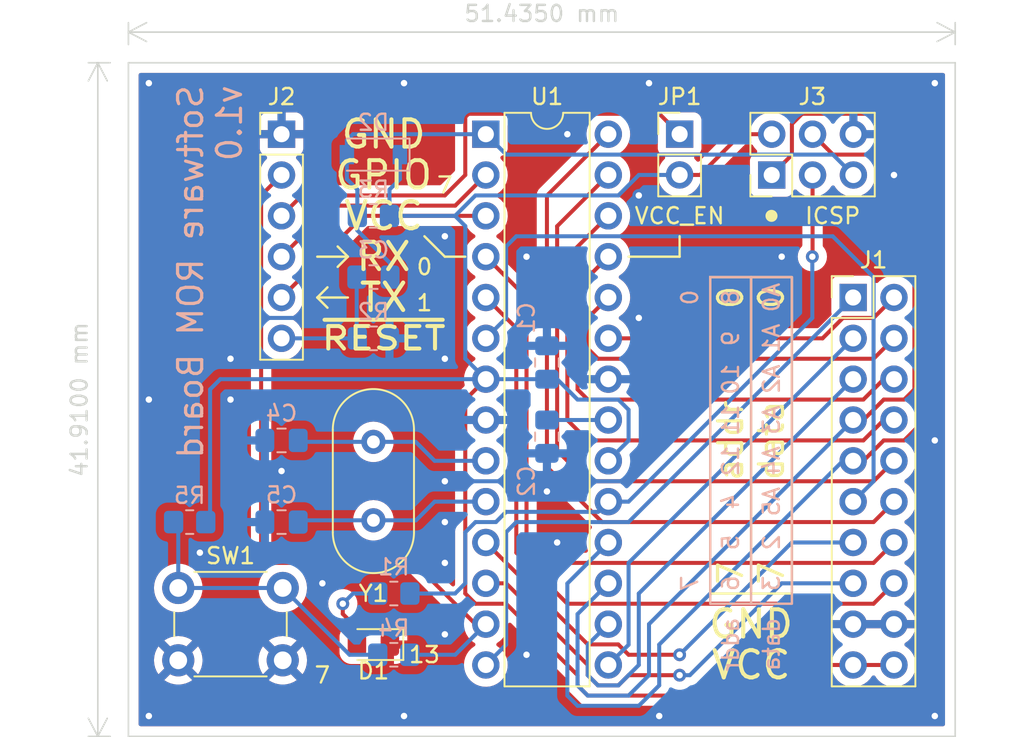
<source format=kicad_pcb>
(kicad_pcb (version 20211014) (generator pcbnew)
  (layers (0 "F.Cu" signal) (31 "B.Cu" signal) (34 "B.Paste" user) (35 "F.Paste" user) (36 "B.SilkS" user "B.Silkscreen") (37 "F.SilkS" user "F.Silkscreen") (38 "B.Mask" user) (39 "F.Mask" user) (44 "Edge.Cuts" user))
  (net 0 "")
  (net 1 "GND")
  (net 2 "VCC")
  (net 3 "Net-(C2-Pad1)")
  (net 4 "Net-(C3-Pad1)")
  (net 5 "/reset")
  (net 6 "/xtal1")
  (net 7 "/xtal2")
  (net 8 "Net-(D1-Pad2)")
  (net 9 "/addr0")
  (net 10 "/addr1")
  (net 11 "/addr2")
  (net 12 "/addr3")
  (net 13 "/addr4")
  (net 14 "/addr5")
  (net 15 "/addr6")
  (net 16 "/addr7")
  (net 17 "/data0")
  (net 18 "/data1")
  (net 19 "/data2")
  (net 20 "/data3")
  (net 21 "/data4")
  (net 22 "/data5")
  (net 23 "/data6")
  (net 24 "/data7")
  (net 25 "/gpio")
  (net 26 "Net-(J2-Pad3)")
  (net 27 "/rx_in")
  (net 28 "/tx_out")
  (net 29 "/led")
  (net 30 "Net-(R4-Pad2)")
  (footprint "Connector_PinHeader_2.54mm:PinHeader_1x06_P2.54mm_Vertical" (layer "F.Cu") (at 153.67 78.74)
    (fp_text reference "J2" (at 0 -2.33) (layer "F.SilkS"))
    (fp_text value "uart_conn")
    (fp_line (start 1.33 1.27) (end 1.33 14.03) (layer "F.SilkS") (width 0.12))
    (fp_line (start -1.33 1.27) (end -1.33 14.03) (layer "F.SilkS") (width 0.12))
    (fp_line (start -1.33 1.27) (end 1.33 1.27) (layer "F.SilkS") (width 0.12))
    (fp_line (start -1.33 14.03) (end 1.33 14.03) (layer "F.SilkS") (width 0.12))
    (fp_line (start -1.33 -1.33) (end 0 -1.33) (layer "F.SilkS") (width 0.12))
    (fp_line (start -1.33 0) (end -1.33 -1.33) (layer "F.SilkS") (width 0.12))
    (pad "1" thru_hole rect (at 0 0) (size 1.7 1.7) (drill 1) (layers *.Cu *.Mask) (net 1 "GND"))
    (pad "2" thru_hole oval (at 0 2.54) (size 1.7 1.7) (drill 1) (layers *.Cu *.Mask) (net 25 "/gpio"))
    (pad "3" thru_hole oval (at 0 5.08) (size 1.7 1.7) (drill 1) (layers *.Cu *.Mask) (net 26 "Net-(J2-Pad3)"))
    (pad "4" thru_hole oval (at 0 7.62) (size 1.7 1.7) (drill 1) (layers *.Cu *.Mask) (net 27 "/rx_in"))
    (pad "5" thru_hole oval (at 0 10.16) (size 1.7 1.7) (drill 1) (layers *.Cu *.Mask) (net 28 "/tx_out"))
    (pad "6" thru_hole oval (at 0 12.7) (size 1.7 1.7) (drill 1) (layers *.Cu *.Mask) (net 4 "Net-(C3-Pad1)"))
  )
  (footprint "Button_Switch_THT:SW_PUSH_6mm_H7.3mm" (layer "F.Cu") (at 147.245 106.97)
    (fp_text reference "SW1" (at 3.25 -2) (layer "F.SilkS"))
    (fp_text value "SW_Push")
    (fp_line (start 5.5 -1) (end 1 -1) (layer "F.SilkS") (width 0.12))
    (fp_line (start 6.75 3) (end 6.75 1.5) (layer "F.SilkS") (width 0.12))
    (fp_line (start 1 5.5) (end 5.5 5.5) (layer "F.SilkS") (width 0.12))
    (fp_line (start -0.25 1.5) (end -0.25 3) (layer "F.SilkS") (width 0.12))
    (pad "1" thru_hole circle (at 0 0 90) (size 2 2) (drill 1.1) (layers *.Cu *.Mask) (net 30 "Net-(R4-Pad2)"))
    (pad "1" thru_hole circle (at 6.5 0 90) (size 2 2) (drill 1.1) (layers *.Cu *.Mask) (net 30 "Net-(R4-Pad2)"))
    (pad "2" thru_hole circle (at 6.5 4.5 90) (size 2 2) (drill 1.1) (layers *.Cu *.Mask) (net 1 "GND"))
    (pad "2" thru_hole circle (at 0 4.5 90) (size 2 2) (drill 1.1) (layers *.Cu *.Mask) (net 1 "GND"))
  )
  (footprint "Connector_PinHeader_2.54mm:PinHeader_1x02_P2.54mm_Vertical" (layer "F.Cu") (at 178.435 78.735)
    (fp_text reference "JP1" (at 0 -2.33) (layer "F.SilkS"))
    (fp_text value "Jumper_2_Open")
    (fp_line (start -1.33 1.27) (end 1.33 1.27) (layer "F.SilkS") (width 0.12))
    (fp_line (start -1.33 1.27) (end -1.33 3.87) (layer "F.SilkS") (width 0.12))
    (fp_line (start 1.33 1.27) (end 1.33 3.87) (layer "F.SilkS") (width 0.12))
    (fp_line (start -1.33 -1.33) (end 0 -1.33) (layer "F.SilkS") (width 0.12))
    (fp_line (start -1.33 0) (end -1.33 -1.33) (layer "F.SilkS") (width 0.12))
    (fp_line (start -1.33 3.87) (end 1.33 3.87) (layer "F.SilkS") (width 0.12))
    (pad "1" thru_hole rect (at 0 0) (size 1.7 1.7) (drill 1) (layers *.Cu *.Mask) (net 26 "Net-(J2-Pad3)"))
    (pad "2" thru_hole oval (at 0 2.54) (size 1.7 1.7) (drill 1) (layers *.Cu *.Mask) (net 2 "VCC"))
  )
  (footprint "Connector_PinHeader_2.54mm:PinHeader_2x03_P2.54mm_Vertical" (layer "F.Cu") (at 184.165 81.28 90)
    (fp_text reference "J3" (at 4.875 2.525 180) (layer "F.SilkS"))
    (fp_text value "ICSP")
    (fp_line (start 1.27 1.27) (end 1.27 -1.33) (layer "F.SilkS") (width 0.12))
    (fp_line (start 1.27 -1.33) (end 3.87 -1.33) (layer "F.SilkS") (width 0.12))
    (fp_line (start -1.33 1.27) (end -1.33 6.41) (layer "F.SilkS") (width 0.12))
    (fp_line (start -1.33 0) (end -1.33 -1.33) (layer "F.SilkS") (width 0.12))
    (fp_line (start -1.33 1.27) (end 1.27 1.27) (layer "F.SilkS") (width 0.12))
    (fp_line (start -1.33 6.41) (end 3.87 6.41) (layer "F.SilkS") (width 0.12))
    (fp_line (start -1.33 -1.33) (end 0 -1.33) (layer "F.SilkS") (width 0.12))
    (fp_line (start 3.87 -1.33) (end 3.87 6.41) (layer "F.SilkS") (width 0.12))
    (pad "1" thru_hole rect (at 0 0 90) (size 1.7 1.7) (drill 1) (layers *.Cu *.Mask) (net 13 "/addr4"))
    (pad "2" thru_hole oval (at 2.54 0 90) (size 1.7 1.7) (drill 1) (layers *.Cu *.Mask) (net 2 "VCC"))
    (pad "3" thru_hole oval (at 0 2.54 90) (size 1.7 1.7) (drill 1) (layers *.Cu *.Mask) (net 29 "/led"))
    (pad "4" thru_hole oval (at 2.54 2.54 90) (size 1.7 1.7) (drill 1) (layers *.Cu *.Mask) (net 12 "/addr3"))
    (pad "5" thru_hole oval (at 0 5.08 90) (size 1.7 1.7) (drill 1) (layers *.Cu *.Mask) (net 5 "/reset"))
    (pad "6" thru_hole oval (at 2.54 5.08 90) (size 1.7 1.7) (drill 1) (layers *.Cu *.Mask) (net 1 "GND"))
  )
  (footprint "PrjLibrary_ClockReset:DIP-28_W7.62mm-D1mm" (layer "F.Cu") (at 166.38 78.74)
    (fp_text reference "U1" (at 3.81 -2.335) (layer "F.SilkS"))
    (fp_text value "ATmega328P-P")
    (fp_line (start 1.16 -1.33) (end 1.16 34.35) (layer "F.SilkS") (width 0.12))
    (fp_line (start 6.46 -1.33) (end 4.81 -1.33) (layer "F.SilkS") (width 0.12))
    (fp_line (start 1.16 34.35) (end 6.46 34.35) (layer "F.SilkS") (width 0.12))
    (fp_line (start 2.81 -1.33) (end 1.16 -1.33) (layer "F.SilkS") (width 0.12))
    (fp_line (start 6.46 34.35) (end 6.46 -1.33) (layer "F.SilkS") (width 0.12))
    (fp_arc (start 4.81 -1.33) (mid 3.81 -0.33) (end 2.81 -1.33) (layer "F.SilkS") (width 0.12))
    (pad "1" thru_hole rect (at 0 0) (size 1.7 1.7) (drill 1) (layers *.Cu *.Mask) (net 5 "/reset"))
    (pad "2" thru_hole oval (at 0 2.54) (size 1.7 1.7) (drill 1) (layers *.Cu *.Mask) (net 27 "/rx_in"))
    (pad "3" thru_hole oval (at 0 5.08) (size 1.7 1.7) (drill 1) (layers *.Cu *.Mask) (net 28 "/tx_out"))
    (pad "4" thru_hole oval (at 0 7.62) (size 1.7 1.7) (drill 1) (layers *.Cu *.Mask) (net 23 "/data6"))
    (pad "5" thru_hole oval (at 0 10.16) (size 1.7 1.7) (drill 1) (layers *.Cu *.Mask) (net 24 "/data7"))
    (pad "6" thru_hole oval (at 0 12.7) (size 1.7 1.7) (drill 1) (layers *.Cu *.Mask) (net 14 "/addr5"))
    (pad "7" thru_hole oval (at 0 15.24) (size 1.7 1.7) (drill 1) (layers *.Cu *.Mask) (net 2 "VCC"))
    (pad "8" thru_hole oval (at 0 17.78) (size 1.7 1.7) (drill 1) (layers *.Cu *.Mask) (net 1 "GND"))
    (pad "9" thru_hole oval (at 0 20.32) (size 1.7 1.7) (drill 1) (layers *.Cu *.Mask) (net 6 "/xtal1"))
    (pad "10" thru_hole oval (at 0 22.86) (size 1.7 1.7) (drill 1) (layers *.Cu *.Mask) (net 7 "/xtal2"))
    (pad "11" thru_hole oval (at 0 25.4) (size 1.7 1.7) (drill 1) (layers *.Cu *.Mask) (net 15 "/addr6"))
    (pad "12" thru_hole oval (at 0 27.94) (size 1.7 1.7) (drill 1) (layers *.Cu *.Mask) (net 16 "/addr7"))
    (pad "13" thru_hole oval (at 0 30.48) (size 1.7 1.7) (drill 1) (layers *.Cu *.Mask) (net 25 "/gpio"))
    (pad "14" thru_hole oval (at 0 33.02) (size 1.7 1.7) (drill 1) (layers *.Cu *.Mask) (net 9 "/addr0"))
    (pad "15" thru_hole oval (at 7.62 33.02) (size 1.7 1.7) (drill 1) (layers *.Cu *.Mask) (net 10 "/addr1"))
    (pad "16" thru_hole oval (at 7.62 30.48) (size 1.7 1.7) (drill 1) (layers *.Cu *.Mask) (net 11 "/addr2"))
    (pad "17" thru_hole oval (at 7.62 27.94) (size 1.7 1.7) (drill 1) (layers *.Cu *.Mask) (net 12 "/addr3"))
    (pad "18" thru_hole oval (at 7.62 25.4) (size 1.7 1.7) (drill 1) (layers *.Cu *.Mask) (net 13 "/addr4"))
    (pad "19" thru_hole oval (at 7.62 22.86) (size 1.7 1.7) (drill 1) (layers *.Cu *.Mask) (net 29 "/led"))
    (pad "20" thru_hole oval (at 7.62 20.32) (size 1.7 1.7) (drill 1) (layers *.Cu *.Mask) (net 2 "VCC"))
    (pad "21" thru_hole oval (at 7.62 17.78) (size 1.7 1.7) (drill 1) (layers *.Cu *.Mask) (net 3 "Net-(C2-Pad1)"))
    (pad "22" thru_hole oval (at 7.62 15.24) (size 1.7 1.7) (drill 1) (layers *.Cu *.Mask) (net 1 "GND"))
    (pad "23" thru_hole oval (at 7.62 12.7) (size 1.7 1.7) (drill 1) (layers *.Cu *.Mask) (net 17 "/data0"))
    (pad "24" thru_hole oval (at 7.62 10.16) (size 1.7 1.7) (drill 1) (layers *.Cu *.Mask) (net 18 "/data1"))
    (pad "25" thru_hole oval (at 7.62 7.62) (size 1.7 1.7) (drill 1) (layers *.Cu *.Mask) (net 19 "/data2"))
    (pad "26" thru_hole oval (at 7.62 5.08) (size 1.7 1.7) (drill 1) (layers *.Cu *.Mask) (net 20 "/data3"))
    (pad "27" thru_hole oval (at 7.62 2.54) (size 1.7 1.7) (drill 1) (layers *.Cu *.Mask) (net 21 "/data4"))
    (pad "28" thru_hole oval (at 7.62 0) (size 1.7 1.7) (drill 1) (layers *.Cu *.Mask) (net 22 "/data5"))
  )
  (footprint "LED_SMD:LED_0805_2012Metric_Pad1.15x1.40mm_HandSolder" (layer "F.Cu") (at 159.385 110.49 180)
    (fp_text reference "D1" (at 0 -1.65) (layer "F.SilkS"))
    (fp_text value "OSR50805C1C")
    (fp_line (start -1.86 0.96) (end 1 0.96) (layer "F.SilkS") (width 0.12))
    (fp_line (start 1 -0.96) (end -1.86 -0.96) (layer "F.SilkS") (width 0.12))
    (fp_line (start -1.86 -0.96) (end -1.86 0.96) (layer "F.SilkS") (width 0.12))
    (pad "1" smd roundrect (at -1.025 0 180) (size 1.15 1.4) (layers "F.Cu" "F.Paste" "F.Mask") (roundrect_rratio 0.217391) (net 1 "GND"))
    (pad "2" smd roundrect (at 1.025 0 180) (size 1.15 1.4) (layers "F.Cu" "F.Paste" "F.Mask") (roundrect_rratio 0.217391) (net 8 "Net-(D1-Pad2)"))
  )
  (footprint "PrjLibrary_MainBoard:PinHeader_2x10_P2.54mm_Vertical_Top_Bottom" (layer "F.Cu") (at 189.23 88.9)
    (fp_text reference "J1" (at 1.27 -2.33) (layer "F.SilkS"))
    (fp_text value "Conn_02x10_Top_Bottom")
    (fp_line (start 1.27 1.27) (end 1.27 -1.33) (layer "F.SilkS") (width 0.12))
    (fp_line (start -1.33 1.27) (end 1.27 1.27) (layer "F.SilkS") (width 0.12))
    (fp_line (start -1.33 24.19) (end 3.87 24.19) (layer "F.SilkS") (width 0.12))
    (fp_line (start 3.87 -1.33) (end 3.87 24.19) (layer "F.SilkS") (width 0.12))
    (fp_line (start -1.33 0) (end -1.33 -1.33) (layer "F.SilkS") (width 0.12))
    (fp_line (start 1.27 -1.33) (end 3.87 -1.33) (layer "F.SilkS") (width 0.12))
    (fp_line (start -1.33 -1.33) (end 0 -1.33) (layer "F.SilkS") (width 0.12))
    (fp_line (start -1.33 1.27) (end -1.33 24.19) (layer "F.SilkS") (width 0.12))
    (pad "1" thru_hole rect (at 0 0) (size 1.7 1.7) (drill 1) (layers *.Cu *.Mask) (net 9 "/addr0"))
    (pad "2" thru_hole oval (at 0 2.54) (size 1.7 1.7) (drill 1) (layers *.Cu *.Mask) (net 10 "/addr1"))
    (pad "3" thru_hole oval (at 0 5.08) (size 1.7 1.7) (drill 1) (layers *.Cu *.Mask) (net 11 "/addr2"))
    (pad "4" thru_hole oval (at 0 7.62) (size 1.7 1.7) (drill 1) (layers *.Cu *.Mask) (net 12 "/addr3"))
    (pad "5" thru_hole oval (at 0 10.16) (size 1.7 1.7) (drill 1) (layers *.Cu *.Mask) (net 13 "/addr4"))
    (pad "6" thru_hole oval (at 0 12.7) (size 1.7 1.7) (drill 1) (layers *.Cu *.Mask) (net 14 "/addr5"))
    (pad "7" thru_hole oval (at 0 15.24) (size 1.7 1.7) (drill 1) (layers *.Cu *.Mask) (net 15 "/addr6"))
    (pad "8" thru_hole oval (at 0 17.78) (size 1.7 1.7) (drill 1) (layers *.Cu *.Mask) (net 16 "/addr7"))
    (pad "9" thru_hole oval (at 0 20.32) (size 1.7 1.7) (drill 1) (layers *.Cu *.Mask) (net 1 "GND"))
    (pad "10" thru_hole oval (at 0 22.86) (size 1.7 1.7) (drill 1) (layers *.Cu *.Mask) (net 2 "VCC"))
    (pad "11" thru_hole oval (at 2.54 0) (size 1.7 1.7) (drill 1) (layers *.Cu *.Mask) (net 17 "/data0"))
    (pad "12" thru_hole oval (at 2.54 2.54) (size 1.7 1.7) (drill 1) (layers *.Cu *.Mask) (net 18 "/data1"))
    (pad "13" thru_hole oval (at 2.54 5.08) (size 1.7 1.7) (drill 1) (layers *.Cu *.Mask) (net 19 "/data2"))
    (pad "14" thru_hole oval (at 2.54 7.62) (size 1.7 1.7) (drill 1) (layers *.Cu *.Mask) (net 20 "/data3"))
    (pad "15" thru_hole oval (at 2.54 10.16) (size 1.7 1.7) (drill 1) (layers *.Cu *.Mask) (net 21 "/data4"))
    (pad "16" thru_hole oval (at 2.54 12.7) (size 1.7 1.7) (drill 1) (layers *.Cu *.Mask) (net 22 "/data5"))
    (pad "17" thru_hole oval (at 2.54 15.24) (size 1.7 1.7) (drill 1) (layers *.Cu *.Mask) (net 23 "/data6"))
    (pad "18" thru_hole oval (at 2.54 17.78) (size 1.7 1.7) (drill 1) (layers *.Cu *.Mask) (net 24 "/data7"))
    (pad "19" thru_hole oval (at 2.54 20.32) (size 1.7 1.7) (drill 1) (layers *.Cu *.Mask) (net 1 "GND"))
    (pad "20" thru_hole oval (at 2.54 22.86) (size 1.7 1.7) (drill 1) (layers *.Cu *.Mask) (net 2 "VCC"))
  )
  (footprint "Crystal:Crystal_HC49-4H_Vertical" (layer "F.Cu") (at 159.385 97.88 -90)
    (fp_text reference "Y1" (at 9.435 0 180) (layer "F.SilkS"))
    (fp_text value "16MHz")
    (fp_line (start -0.76 -2.525) (end 5.64 -2.525) (layer "F.SilkS") (width 0.12))
    (fp_line (start -0.76 2.525) (end 5.64 2.525) (layer "F.SilkS") (width 0.12))
    (fp_arc (start -0.76 2.525) (mid -3.285 0) (end -0.76 -2.525) (layer "F.SilkS") (width 0.12))
    (fp_arc (start 5.64 -2.525) (mid 8.165 0) (end 5.64 2.525) (layer "F.SilkS") (width 0.12))
    (pad "1" thru_hole circle (at 0 0 270) (size 1.5 1.5) (drill 0.8) (layers *.Cu *.Mask) (net 6 "/xtal1"))
    (pad "2" thru_hole circle (at 4.88 0 270) (size 1.5 1.5) (drill 0.8) (layers *.Cu *.Mask) (net 7 "/xtal2"))
  )
  (footprint "Resistor_SMD:R_0805_2012Metric_Pad1.20x1.40mm_HandSolder" (layer "B.Cu") (at 160.655 107.315 180)
    (fp_text reference "R1" (at 0 1.65) (layer "B.SilkS") (effects (justify mirror)))
    (fp_text value "5k")
    (fp_line (start -0.227064 0.735) (end 0.227064 0.735) (layer "B.SilkS") (width 0.12))
    (fp_line (start -0.227064 -0.735) (end 0.227064 -0.735) (layer "B.SilkS") (width 0.12))
    (pad "1" smd roundrect (at -1 0 180) (size 1.2 1.4) (layers "B.Cu" "B.Paste" "B.Mask") (roundrect_rratio 0.208333) (net 29 "/led"))
    (pad "2" smd roundrect (at 1 0 180) (size 1.2 1.4) (layers "B.Cu" "B.Paste" "B.Mask") (roundrect_rratio 0.208333) (net 8 "Net-(D1-Pad2)"))
  )
  (footprint "Resistor_SMD:R_0805_2012Metric_Pad1.20x1.40mm_HandSolder" (layer "B.Cu") (at 147.955 102.87 180)
    (fp_text reference "R5" (at 0 1.65) (layer "B.SilkS") (effects (justify mirror)))
    (fp_text value "10k")
    (fp_line (start -0.227064 0.735) (end 0.227064 0.735) (layer "B.SilkS") (width 0.12))
    (fp_line (start -0.227064 -0.735) (end 0.227064 -0.735) (layer "B.SilkS") (width 0.12))
    (pad "1" smd roundrect (at -1 0 180) (size 1.2 1.4) (layers "B.Cu" "B.Paste" "B.Mask") (roundrect_rratio 0.208333) (net 2 "VCC"))
    (pad "2" smd roundrect (at 1 0 180) (size 1.2 1.4) (layers "B.Cu" "B.Paste" "B.Mask") (roundrect_rratio 0.208333) (net 30 "Net-(R4-Pad2)"))
  )
  (footprint "Capacitor_SMD:C_0805_2012Metric_Pad1.18x1.45mm_HandSolder" (layer "B.Cu") (at 153.67 97.79 180)
    (fp_text reference "C4" (at 0 1.68) (layer "B.SilkS") (effects (justify mirror)))
    (fp_text value "22p")
    (fp_line (start -0.261252 -0.735) (end 0.261252 -0.735) (layer "B.SilkS") (width 0.12))
    (fp_line (start -0.261252 0.735) (end 0.261252 0.735) (layer "B.SilkS") (width 0.12))
    (pad "1" smd roundrect (at -1.0375 0 180) (size 1.175 1.45) (layers "B.Cu" "B.Paste" "B.Mask") (roundrect_rratio 0.212766) (net 6 "/xtal1"))
    (pad "2" smd roundrect (at 1.0375 0 180) (size 1.175 1.45) (layers "B.Cu" "B.Paste" "B.Mask") (roundrect_rratio 0.212766) (net 1 "GND"))
  )
  (footprint "Capacitor_SMD:C_0805_2012Metric_Pad1.18x1.45mm_HandSolder" (layer "B.Cu") (at 159.385 87.63)
    (fp_text reference "C3" (at 0 -1.68) (layer "B.SilkS") (effects (justify mirror)))
    (fp_text value "0.1u")
    (fp_line (start -0.261252 0.735) (end 0.261252 0.735) (layer "B.SilkS") (width 0.12))
    (fp_line (start -0.261252 -0.735) (end 0.261252 -0.735) (layer "B.SilkS") (width 0.12))
    (pad "1" smd roundrect (at -1.0375 0) (size 1.175 1.45) (layers "B.Cu" "B.Paste" "B.Mask") (roundrect_rratio 0.212766) (net 4 "Net-(C3-Pad1)"))
    (pad "2" smd roundrect (at 1.0375 0) (size 1.175 1.45) (layers "B.Cu" "B.Paste" "B.Mask") (roundrect_rratio 0.212766) (net 5 "/reset"))
  )
  (footprint "Capacitor_SMD:C_0805_2012Metric_Pad1.18x1.45mm_HandSolder" (layer "B.Cu") (at 153.67 102.87 180)
    (fp_text reference "C5" (at 0 1.68) (layer "B.SilkS") (effects (justify mirror)))
    (fp_text value "22p")
    (fp_line (start -0.261252 -0.735) (end 0.261252 -0.735) (layer "B.SilkS") (width 0.12))
    (fp_line (start -0.261252 0.735) (end 0.261252 0.735) (layer "B.SilkS") (width 0.12))
    (pad "1" smd roundrect (at -1.0375 0 180) (size 1.175 1.45) (layers "B.Cu" "B.Paste" "B.Mask") (roundrect_rratio 0.212766) (net 7 "/xtal2"))
    (pad "2" smd roundrect (at 1.0375 0 180) (size 1.175 1.45) (layers "B.Cu" "B.Paste" "B.Mask") (roundrect_rratio 0.212766) (net 1 "GND"))
  )
  (footprint "Diode_SMD:D_SOD-123" (layer "B.Cu") (at 159.385 80.01 180)
    (fp_text reference "D2" (at 0 2) (layer "B.SilkS") (effects (justify mirror)))
    (fp_text value "1N4148W")
    (fp_line (start -2.25 -1) (end 1.65 -1) (layer "B.SilkS") (width 0.12))
    (fp_line (start -2.25 1) (end -2.25 -1) (layer "B.SilkS") (width 0.12))
    (fp_line (start -2.25 1) (end 1.65 1) (layer "B.SilkS") (width 0.12))
    (pad "1" smd rect (at -1.65 0 180) (size 0.9 1.2) (layers "B.Cu" "B.Paste" "B.Mask") (net 2 "VCC"))
    (pad "2" smd rect (at 1.65 0 180) (size 0.9 1.2) (layers "B.Cu" "B.Paste" "B.Mask") (net 5 "/reset"))
  )
  (footprint "Resistor_SMD:R_0805_2012Metric_Pad1.20x1.40mm_HandSolder" (layer "B.Cu") (at 160.655 111.125 180)
    (fp_text reference "R4" (at 0 1.65) (layer "B.SilkS") (effects (justify mirror)))
    (fp_text value "10k")
    (fp_line (start -0.227064 0.735) (end 0.227064 0.735) (layer "B.SilkS") (width 0.12))
    (fp_line (start -0.227064 -0.735) (end 0.227064 -0.735) (layer "B.SilkS") (width 0.12))
    (pad "1" smd roundrect (at -1 0 180) (size 1.2 1.4) (layers "B.Cu" "B.Paste" "B.Mask") (roundrect_rratio 0.208333) (net 25 "/gpio"))
    (pad "2" smd roundrect (at 1 0 180) (size 1.2 1.4) (layers "B.Cu" "B.Paste" "B.Mask") (roundrect_rratio 0.208333) (net 30 "Net-(R4-Pad2)"))
  )
  (footprint "Capacitor_SMD:C_0805_2012Metric_Pad1.18x1.45mm_HandSolder" (layer "B.Cu") (at 170.18 92.9425 -90)
    (fp_text reference "C1" (at -2.7725 1.27 90) (layer "B.SilkS") (effects (justify mirror)))
    (fp_text value "0.1u")
    (fp_line (start -0.261252 0.735) (end 0.261252 0.735) (layer "B.SilkS") (width 0.12))
    (fp_line (start -0.261252 -0.735) (end 0.261252 -0.735) (layer "B.SilkS") (width 0.12))
    (pad "1" smd roundrect (at -1.0375 0 270) (size 1.175 1.45) (layers "B.Cu" "B.Paste" "B.Mask") (roundrect_rratio 0.212766) (net 1 "GND"))
    (pad "2" smd roundrect (at 1.0375 0 270) (size 1.175 1.45) (layers "B.Cu" "B.Paste" "B.Mask") (roundrect_rratio 0.212766) (net 2 "VCC"))
  )
  (footprint "Resistor_SMD:R_0805_2012Metric_Pad1.20x1.40mm_HandSolder" (layer "B.Cu") (at 159.385 91.44)
    (fp_text reference "R2" (at 0 -1.65) (layer "B.SilkS") (effects (justify mirror)))
    (fp_text value "10k")
    (fp_line (start -0.227064 -0.735) (end 0.227064 -0.735) (layer "B.SilkS") (width 0.12))
    (fp_line (start -0.227064 0.735) (end 0.227064 0.735) (layer "B.SilkS") (width 0.12))
    (pad "1" smd roundrect (at -1 0) (size 1.2 1.4) (layers "B.Cu" "B.Paste" "B.Mask") (roundrect_rratio 0.208333) (net 4 "Net-(C3-Pad1)"))
    (pad "2" smd roundrect (at 1 0) (size 1.2 1.4) (layers "B.Cu" "B.Paste" "B.Mask") (roundrect_rratio 0.208333) (net 1 "GND"))
  )
  (footprint "Capacitor_SMD:C_0805_2012Metric_Pad1.18x1.45mm_HandSolder" (layer "B.Cu") (at 170.18 97.5575 -90)
    (fp_text reference "C2" (at 2.7725 1.27 -90) (layer "B.SilkS") (effects (justify mirror)))
    (fp_text value "0.1u")
    (fp_line (start -0.261252 0.735) (end 0.261252 0.735) (layer "B.SilkS") (width 0.12))
    (fp_line (start -0.261252 -0.735) (end 0.261252 -0.735) (layer "B.SilkS") (width 0.12))
    (pad "1" smd roundrect (at -1.0375 0 270) (size 1.175 1.45) (layers "B.Cu" "B.Paste" "B.Mask") (roundrect_rratio 0.212766) (net 3 "Net-(C2-Pad1)"))
    (pad "2" smd roundrect (at 1.0375 0 270) (size 1.175 1.45) (layers "B.Cu" "B.Paste" "B.Mask") (roundrect_rratio 0.212766) (net 1 "GND"))
  )
  (footprint "Resistor_SMD:R_0805_2012Metric_Pad1.20x1.40mm_HandSolder" (layer "B.Cu") (at 159.385 83.82 180)
    (fp_text reference "R3" (at 0 1.65) (layer "B.SilkS") (effects (justify mirror)))
    (fp_text value "10k")
    (fp_line (start -0.227064 -0.735) (end 0.227064 -0.735) (layer "B.SilkS") (width 0.12))
    (fp_line (start -0.227064 0.735) (end 0.227064 0.735) (layer "B.SilkS") (width 0.12))
    (pad "1" smd roundrect (at -1 0 180) (size 1.2 1.4) (layers "B.Cu" "B.Paste" "B.Mask") (roundrect_rratio 0.208333) (net 2 "VCC"))
    (pad "2" smd roundrect (at 1 0 180) (size 1.2 1.4) (layers "B.Cu" "B.Paste" "B.Mask") (roundrect_rratio 0.208333) (net 5 "/reset"))
  )
  (gr_rect (start 180.34 87.63) (end 185.42 107.95) (layer "B.SilkS") (width 0.15) (fill none))
  (gr_line (start 182.88 87.63) (end 182.88 107.95) (layer "B.SilkS") (width 0.15))
  (gr_line (start 156.5275 89.535) (end 155.8925 88.9) (layer "F.SilkS") (width 0.15))
  (gr_line (start 162.56 85.09) (end 163.83 86.36) (layer "F.SilkS") (width 0.15))
  (gr_line (start 175.26 86.36) (end 178.435 86.36) (layer "F.SilkS") (width 0.15))
  (gr_line (start 182.88 87.63) (end 182.88 107.315) (layer "F.SilkS") (width 0.15))
  (gr_line (start 178.435 86.36) (end 178.435 85.09) (layer "F.SilkS") (width 0.15))
  (gr_line (start 157.7975 86.36) (end 157.1625 85.725) (layer "F.SilkS") (width 0.15))
  (gr_circle (center 184.15 83.82) (end 184.45 83.82) (layer "F.SilkS") (width 0.15) (fill solid))
  (gr_line (start 157.7975 88.9) (end 155.8925 88.9) (layer "F.SilkS") (width 0.15))
  (gr_line (start 157.7975 86.36) (end 157.1625 86.995) (layer "F.SilkS") (width 0.15))
  (gr_rect (start 180.34 87.63) (end 185.42 107.315) (layer "F.SilkS") (width 0.15) (fill none))
  (gr_line (start 163.83 86.36) (end 165.1 86.36) (layer "F.SilkS") (width 0.15))
  (gr_line (start 156.5275 88.265) (end 155.8925 88.9) (layer "F.SilkS") (width 0.15))
  (gr_line (start 157.7975 86.36) (end 155.8925 86.36) (layer "F.SilkS") (width 0.15))
  (gr_line (start 195.58 74.295) (end 195.58 116.205) (layer "Edge.Cuts") (width 0.1))
  (gr_line (start 144.145 74.295) (end 195.58 74.295) (layer "Edge.Cuts") (width 0.1))
  (gr_line (start 144.145 116.205) (end 144.145 74.295) (layer "Edge.Cuts") (width 0.1))
  (gr_line (start 195.58 116.205) (end 144.145 116.205) (layer "Edge.Cuts") (width 0.1))
  (gr_text "A2" (at 184.15 93.98 90) (layer "B.SilkS") (effects (font (size 1 1)) (justify mirror)))
  (gr_text "addr" (at 181.61 110.49 90) (layer "B.SilkS") (effects (font (size 1 1)) (justify mirror)))
  (gr_text "0" (at 179.07 88.9 90) (layer "B.SilkS") (effects (font (size 1 1)) (justify mirror)))
  (gr_text "3" (at 184.15 106.68 90) (layer "B.SilkS") (effects (font (size 1 1)) (justify mirror)))
  (gr_text "A5" (at 184.15 101.6 90) (layer "B.SilkS") (effects (font (size 1 1)) (justify mirror)))
  (gr_text "7" (at 179.07 106.68 90) (layer "B.SilkS") (effects (font (size 1 1)) (justify mirror)))
  (gr_text "A4" (at 184.15 99.06 90) (layer "B.SilkS") (effects (font (size 1 1)) (justify mirror)))
  (gr_text "4" (at 181.61 101.6 90) (layer "B.SilkS") (effects (font (size 1 1)) (justify mirror)))
  (gr_text "data" (at 184.15 110.49 90) (layer "B.SilkS") (effects (font (size 1 1)) (justify mirror)))
  (gr_text "A1" (at 184.15 91.44 90) (layer "B.SilkS") (effects (font (size 1 1)) (justify mirror)))
  (gr_text "12" (at 181.61 99.06 90) (layer "B.SilkS") (effects (font (size 1 1)) (justify mirror)))
  (gr_text "2" (at 184.15 104.14 90) (layer "B.SilkS") (effects (font (size 1 1)) (justify mirror)))
  (gr_text "10" (at 181.61 93.98 90) (layer "B.SilkS") (effects (font (size 1 1)) (justify mirror)))
  (gr_text "8" (at 181.61 88.9 90) (layer "B.SilkS") (effects (font (size 1 1)) (justify mirror)))
  (gr_text "9" (at 181.61 91.44 90) (layer "B.SilkS") (effects (font (size 1 1)) (justify mirror)))
  (gr_text "Software ROM Board\nv1.0" (at 149.225 75.565 90) (layer "B.SilkS") (effects (font (size 1.5 1.5) (thickness 0.2)) (justify left mirror)))
  (gr_text "11" (at 181.61 96.52 90) (layer "B.SilkS") (effects (font (size 1 1)) (justify mirror)))
  (gr_text "5" (at 181.61 104.14 90) (layer "B.SilkS") (effects (font (size 1 1)) (justify mirror)))
  (gr_text "A3" (at 184.15 96.52 90) (layer "B.SilkS") (effects (font (size 1 1)) (justify mirror)))
  (gr_text "A0" (at 184.15 88.9 90) (layer "B.SilkS") (effects (font (size 1 1)) (justify mirror)))
  (gr_text "6" (at 181.61 106.68 90) (layer "B.SilkS") (effects (font (size 1 1)) (justify mirror)))
  (gr_text "13" (at 162.56 111.125) (layer "F.SilkS") (effects (font (size 1 1))))
  (gr_text "addr" (at 181.61 97.79 90) (layer "F.SilkS") (effects (font (size 1.5 1.5) (thickness 0.2))))
  (gr_text "GND" (at 182.88 109.22) (layer "F.SilkS") (effects (font (size 1.7 1.7) (thickness 0.25))))
  (gr_text "7" (at 184.15 106.045 90) (layer "F.SilkS") (effects (font (size 1.5 1.5) (thickness 0.2))))
  (gr_text "1" (at 162.56 89.235) (layer "F.SilkS") (effects (font (size 1 1))))
  (gr_text "7" (at 163.83 81.915) (layer "F.SilkS") (effects (font (size 1 1))))
  (gr_text "0" (at 181.61 88.9 90) (layer "F.SilkS") (effects (font (size 1.5 1.5) (thickness 0.2))))
  (gr_text "VCC_EN" (at 178.435 83.82) (layer "F.SilkS") (effects (font (size 1 1))))
  (gr_text "ICSP" (at 187.96 83.82) (layer "F.SilkS") (effects (font (size 1 1))))
  (gr_text "0" (at 162.56 86.995) (layer "F.SilkS") (effects (font (size 1 1))))
  (gr_text "~{RESET}" (at 160.02 91.44) (layer "F.SilkS") (effects (font (size 1.4 1.7) (thickness 0.25))))
  (gr_text "VCC" (at 160.02 83.82) (layer "F.SilkS") (effects (font (size 1.7 1.7) (thickness 0.25))))
  (gr_text "7" (at 156.21 112.395) (layer "F.SilkS") (effects (font (size 1 1))))
  (gr_text "RX" (at 160.02 86.36) (layer "F.SilkS") (effects (font (size 1.7 1.7) (thickness 0.25))))
  (gr_text "VCC" (at 182.88 111.76) (layer "F.SilkS") (effects (font (size 1.7 1.7) (thickness 0.25))))
  (gr_text "GND" (at 160.02 78.74) (layer "F.SilkS") (effects (font (size 1.7 1.7) (thickness 0.25))))
  (gr_text "data" (at 184.15 97.79 90) (layer "F.SilkS") (effects (font (size 1.5 1.5) (thickness 0.2))))
  (gr_text "TX" (at 160.02 88.9) (layer "F.SilkS") (effects (font (size 1.7 1.7) (thickness 0.26))))
  (gr_text "GPIO" (at 160.02 81.28) (layer "F.SilkS") (effects (font (size 1.7 1.7) (thickness 0.25))))
  (gr_text "7" (at 181.61 106.045 90) (layer "F.SilkS") (effects (font (size 1.5 1.5) (thickness 0.2))))
  (gr_text "0" (at 184.15 88.9 90) (layer "F.SilkS") (effects (font (size 1.5 1.5) (thickness 0.2))))
  (dimension (type aligned) (layer "Edge.Cuts") (pts (xy 144.145 73.66) (xy 195.58 73.66)) (height -1.27) (gr_text "51.4350 mm" (at 169.8625 71.24) (layer "Edge.Cuts") (effects (font (size 1 1) (thickness 0.15)))) (format (units 3) (units_format 1) (precision 4)) (style (thickness 0.1) (arrow_length 1.27) (text_position_mode 0) (extension_height 0.58642) (extension_offset 0.5) keep_text_aligned))
  (dimension (type aligned) (layer "Edge.Cuts") (pts (xy 143.51 74.295) (xy 143.51 116.205)) (height 1.27) (gr_text "41.9100 mm" (at 141.09 95.25 90) (layer "Edge.Cuts") (effects (font (size 1 1) (thickness 0.15)))) (format (units 3) (units_format 1) (precision 4)) (style (thickness 0.1) (arrow_length 1.27) (text_position_mode 0) (extension_height 0.58642) (extension_offset 0.5) keep_text_aligned))
  (segment (start 175.895 82.55) (end 175.895 80.01) (width 0.25) (layer "F.Cu") (net 1))
  (segment (start 175.895 80.01) (end 179.705 80.01) (width 0.25) (layer "F.Cu") (net 1))
  (via (at 194.31 97.79) (size 0.8) (drill 0.4) (layers "F.Cu" "B.Cu") (net 1))
  (via (at 170.18 100.965) (size 0.8) (drill 0.4) (layers "F.Cu" "B.Cu") (net 1))
  (via (at 170.815 104.14) (size 0.8) (drill 0.4) (layers "F.Cu" "B.Cu") (net 1))
  (via (at 150.495 95.25) (size 0.8) (drill 0.4) (layers "F.Cu" "B.Cu") (net 1))
  (via (at 194.31 75.565) (size 0.8) (drill 0.4) (layers "F.Cu" "B.Cu") (net 1))
  (via (at 171.45 78.74) (size 0.8) (drill 0.4) (layers "F.Cu" "B.Cu") (net 1))
  (via (at 176.53 75.565) (size 0.8) (drill 0.4) (layers "F.Cu" "B.Cu") (net 1))
  (via (at 153.67 99.695) (size 0.8) (drill 0.4) (layers "F.Cu" "B.Cu") (net 1))
  (via (at 163.83 100.33) (size 0.8) (drill 0.4) (layers "F.Cu" "B.Cu") (net 1))
  (via (at 145.415 95.25) (size 0.8) (drill 0.4) (layers "F.Cu" "B.Cu") (net 1))
  (via (at 175.895 90.17) (size 0.8) (drill 0.4) (layers "F.Cu" "B.Cu") (net 1))
  (via (at 184.785 86.36) (size 0.8) (drill 0.4) (layers "F.Cu" "B.Cu") (net 1))
  (via (at 163.83 85.09) (size 0.8) (drill 0.4) (layers "F.Cu" "B.Cu") (net 1))
  (via (at 161.29 75.565) (size 0.8) (drill 0.4) (layers "F.Cu" "B.Cu") (net 1))
  (via (at 191.77 81.28) (size 0.8) (drill 0.4) (layers "F.Cu" "B.Cu") (net 1))
  (via (at 145.415 114.935) (size 0.8) (drill 0.4) (layers "F.Cu" "B.Cu") (net 1))
  (via (at 168.91 86.36) (size 0.8) (drill 0.4) (layers "F.Cu" "B.Cu") (net 1))
  (via (at 163.83 105.41) (size 0.8) (drill 0.4) (layers "F.Cu" "B.Cu") (net 1))
  (via (at 145.415 75.565) (size 0.8) (drill 0.4) (layers "F.Cu" "B.Cu") (net 1))
  (via (at 168.91 111.125) (size 0.8) (drill 0.4) (layers "F.Cu" "B.Cu") (net 1))
  (via (at 175.895 82.55) (size 0.8) (drill 0.4) (layers "F.Cu" "B.Cu") (net 1))
  (via (at 177.165 114.935) (size 0.8) (drill 0.4) (layers "F.Cu" "B.Cu") (net 1))
  (via (at 150.495 92.71) (size 0.8) (drill 0.4) (layers "F.Cu" "B.Cu") (net 1))
  (via (at 163.83 92.71) (size 0.8) (drill 0.4) (layers "F.Cu" "B.Cu") (net 1))
  (via (at 163.83 102.87) (size 0.8) (drill 0.4) (layers "F.Cu" "B.Cu") (net 1))
  (via (at 194.31 114.935) (size 0.8) (drill 0.4) (layers "F.Cu" "B.Cu") (net 1))
  (via (at 156.21 106.68) (size 0.8) (drill 0.4) (layers "F.Cu" "B.Cu") (net 1))
  (via (at 148.59 104.775) (size 0.8) (drill 0.4) (layers "F.Cu" "B.Cu") (net 1))
  (via (at 163.83 109.855) (size 0.8) (drill 0.4) (layers "F.Cu" "B.Cu") (net 1))
  (via (at 161.29 114.935) (size 0.8) (drill 0.4) (layers "F.Cu" "B.Cu") (net 1))
  (segment (start 150.495 92.71) (end 150.495 90.17) (width 0.25) (layer "B.Cu") (net 1))
  (segment (start 170.18 100.965) (end 170.18 100.33) (width 0.25) (layer "B.Cu") (net 1))
  (segment (start 170.18 100.33) (end 175.26 100.33) (width 0.25) (layer "B.Cu") (net 1))
  (segment (start 170.18 100.33) (end 163.83 100.33) (width 0.25) (layer "B.Cu") (net 1))
  (segment (start 150.495 90.17) (end 154.94 90.17) (width 0.25) (layer "B.Cu") (net 1))
  (segment (start 165.1 95.25) (end 165.11 95.25) (width 0.25) (layer "F.Cu") (net 2))
  (segment (start 172.085 113.03) (end 172.085 112.395) (width 0.25) (layer "F.Cu") (net 2))
  (segment (start 172.72 113.665) (end 172.085 113.03) (width 0.25) (layer "F.Cu") (net 2))
  (segment (start 167.64 107.95) (end 165.735 107.95) (width 0.25) (layer "F.Cu") (net 2))
  (segment (start 172.085 112.395) (end 167.64 107.95) (width 0.25) (layer "F.Cu") (net 2))
  (segment (start 178.435 81.275) (end 179.71 81.275) (width 0.25) (layer "F.Cu") (net 2))
  (segment (start 179.71 81.275) (end 182.245 78.74) (width 0.25) (layer "F.Cu") (net 2))
  (segment (start 165.11 95.25) (end 166.38 93.98) (width 0.25) (layer "F.Cu") (net 2))
  (segment (start 179.07 113.665) (end 172.72 113.665) (width 0.25) (layer "F.Cu") (net 2))
  (segment (start 191.77 111.76) (end 189.23 111.76) (width 0.25) (layer "F.Cu") (net 2))
  (segment (start 180.975 111.76) (end 179.07 113.665) (width 0.25) (layer "F.Cu") (net 2))
  (segment (start 165.735 107.95) (end 165.1 107.315) (width 0.25) (layer "F.Cu") (net 2))
  (segment (start 189.23 111.76) (end 180.975 111.76) (width 0.25) (layer "F.Cu") (net 2))
  (segment (start 182.245 78.74) (end 184.165 78.74) (width 0.25) (layer "F.Cu") (net 2))
  (segment (start 165.1 107.315) (end 165.1 95.25) (width 0.25) (layer "F.Cu") (net 2))
  (segment (start 165.1 92.71) (end 165.1 84.455) (width 0.25) (layer "B.Cu") (net 2))
  (segment (start 149.225 94.615) (end 149.225 102.6) (width 0.25) (layer "B.Cu") (net 2))
  (segment (start 165.1 84.455) (end 164.465 83.82) (width 0.25) (layer "B.Cu") (net 2))
  (segment (start 161.035 81.535) (end 161.035 80.01) (width 0.25) (layer "B.Cu") (net 2))
  (segment (start 175.26 97.8) (end 174 99.06) (width 0.25) (layer "B.Cu") (net 2))
  (segment (start 165.11 92.71) (end 165.1 92.71) (width 0.25) (layer "B.Cu") (net 2))
  (segment (start 166.38 93.98) (end 149.86 93.98) (width 0.25) (layer "B.Cu") (net 2))
  (segment (start 170.815 93.98) (end 172.085 95.25) (width 0.25) (layer "B.Cu") (net 2))
  (segment (start 164.465 83.82) (end 160.385 83.82) (width 0.25) (layer "B.Cu") (net 2))
  (segment (start 175.9 81.275) (end 174.625 82.55) (width 0.25) (layer "B.Cu") (net 2))
  (segment (start 166.38 93.98) (end 165.11 92.71) (width 0.25) (layer "B.Cu") (net 2))
  (segment (start 174.625 82.55) (end 165.735 82.55) (width 0.25) (layer "B.Cu") (net 2))
  (segment (start 178.435 81.275) (end 175.9 81.275) (width 0.25) (layer "B.Cu") (net 2))
  (segment (start 175.26 95.885) (end 175.26 97.8) (width 0.25) (layer "B.Cu") (net 2))
  (segment (start 166.38 93.98) (end 170.18 93.98) (width 0.25) (layer "B.Cu") (net 2))
  (segment (start 160.385 82.185) (end 161.035 81.535) (width 0.25) (layer "B.Cu") (net 2))
  (segment (start 149.225 102.6) (end 148.955 102.87) (width 0.25) (layer "B.Cu") (net 2))
  (segment (start 165.735 82.55) (end 164.465 83.82) (width 0.25) (layer "B.Cu") (net 2))
  (segment (start 174.625 95.25) (end 175.26 95.885) (width 0.25) (layer "B.Cu") (net 2))
  (segment (start 160.385 83.82) (end 160.385 82.185) (width 0.25) (layer "B.Cu") (net 2))
  (segment (start 172.085 95.25) (end 174.625 95.25) (width 0.25) (layer "B.Cu") (net 2))
  (segment (start 169.9475 93.98) (end 170.18 94.2125) (width 0.25) (layer "B.Cu") (net 2))
  (segment (start 170.18 93.98) (end 170.815 93.98) (width 0.25) (layer "B.Cu") (net 2))
  (segment (start 149.86 93.98) (end 149.225 94.615) (width 0.25) (layer "B.Cu") (net 2))
  (segment (start 170.18 96.52) (end 174 96.52) (width 0.25) (layer "B.Cu") (net 3))
  (segment (start 158.3475 87.63) (end 158.3475 91.4025) (width 0.25) (layer "B.Cu") (net 4))
  (segment (start 153.67 91.44) (end 158.385 91.44) (width 0.25) (layer "B.Cu") (net 4))
  (segment (start 158.3475 91.4025) (end 158.385 91.44) (width 0.25) (layer "B.Cu") (net 4))
  (segment (start 160.4225 86.7625) (end 160.4225 87.63) (width 0.25) (layer "B.Cu") (net 5))
  (segment (start 158.385 83.82) (end 158.385 82.185) (width 0.25) (layer "B.Cu") (net 5))
  (segment (start 158.385 82.185) (end 157.735 81.535) (width 0.25) (layer "B.Cu") (net 5))
  (segment (start 167.65 80.01) (end 166.38 78.74) (width 0.25) (layer "B.Cu") (net 5))
  (segment (start 157.735 80.01) (end 157.735 79.12) (width 0.25) (layer "B.Cu") (net 5))
  (segment (start 157.735 79.12) (end 158.115 78.74) (width 0.25) (layer "B.Cu") (net 5))
  (segment (start 158.115 78.74) (end 166.38 78.74) (width 0.25) (layer "B.Cu") (net 5))
  (segment (start 189.245 81.28) (end 187.975 80.01) (width 0.25) (layer "B.Cu") (net 5))
  (segment (start 158.385 83.82) (end 158.385 84.725) (width 0.25) (layer "B.Cu") (net 5))
  (segment (start 187.975 80.01) (end 167.65 80.01) (width 0.25) (layer "B.Cu") (net 5))
  (segment (start 157.735 81.535) (end 157.735 80.01) (width 0.25) (layer "B.Cu") (net 5))
  (segment (start 158.385 84.725) (end 160.4225 86.7625) (width 0.25) (layer "B.Cu") (net 5))
  (segment (start 154.7975 97.88) (end 154.7075 97.79) (width 0.25) (layer "B.Cu") (net 6))
  (segment (start 162.015 97.88) (end 163.195 99.06) (width 0.25) (layer "B.Cu") (net 6))
  (segment (start 163.195 99.06) (end 166.38 99.06) (width 0.25) (layer "B.Cu") (net 6))
  (segment (start 159.385 97.88) (end 154.7975 97.88) (width 0.25) (layer "B.Cu") (net 6))
  (segment (start 159.385 97.88) (end 162.015 97.88) (width 0.25) (layer "B.Cu") (net 6))
  (segment (start 163.195 101.6) (end 166.38 101.6) (width 0.25) (layer "B.Cu") (net 7))
  (segment (start 162.035 102.76) (end 163.195 101.6) (width 0.25) (layer "B.Cu") (net 7))
  (segment (start 154.8175 102.76) (end 154.7075 102.87) (width 0.25) (layer "B.Cu") (net 7))
  (segment (start 159.385 102.76) (end 154.8175 102.76) (width 0.25) (layer "B.Cu") (net 7))
  (segment (start 159.385 102.76) (end 162.035 102.76) (width 0.25) (layer "B.Cu") (net 7))
  (segment (start 158.36 109.465) (end 158.36 110.49) (width 0.25) (layer "F.Cu") (net 8))
  (segment (start 157.48 108.585) (end 158.36 109.465) (width 0.25) (layer "F.Cu") (net 8))
  (segment (start 157.48 107.95) (end 157.48 108.585) (width 0.25) (layer "F.Cu") (net 8))
  (via (at 157.48 107.95) (size 0.8) (drill 0.4) (layers "F.Cu" "B.Cu") (net 8))
  (segment (start 157.48 107.95) (end 158.115 107.315) (width 0.25) (layer "B.Cu") (net 8))
  (segment (start 158.115 107.315) (end 159.655 107.315) (width 0.25) (layer "B.Cu") (net 8))
  (segment (start 166.38 111.76) (end 167.643575 110.493575) (width 0.25) (layer "B.Cu") (net 9))
  (segment (start 175.26 102.87) (end 189.23 88.9) (width 0.25) (layer "B.Cu") (net 9))
  (segment (start 167.643575 110.493575) (end 167.643575 103.501425) (width 0.25) (layer "B.Cu") (net 9))
  (segment (start 168.275 102.87) (end 175.26 102.87) (width 0.25) (layer "B.Cu") (net 9))
  (segment (start 167.643575 103.501425) (end 168.275 102.87) (width 0.25) (layer "B.Cu") (net 9))
  (segment (start 189.23 91.44) (end 175.26 105.41) (width 0.25) (layer "B.Cu") (net 10))
  (segment (start 175.26 110.5) (end 174 111.76) (width 0.25) (layer "B.Cu") (net 10))
  (segment (start 175.26 105.41) (end 175.26 110.5) (width 0.25) (layer "B.Cu") (net 10))
  (segment (start 172.72 110.5) (end 174 109.22) (width 0.25) (layer "B.Cu") (net 11))
  (segment (start 175.895 107.315) (end 175.895 111.76) (width 0.25) (layer "B.Cu") (net 11))
  (segment (start 175.895 111.76) (end 174.625 113.03) (width 0.25) (layer "B.Cu") (net 11))
  (segment (start 189.23 93.98) (end 175.895 107.315) (width 0.25) (layer "B.Cu") (net 11))
  (segment (start 172.72 112.395) (end 172.72 110.5) (width 0.25) (layer "B.Cu") (net 11))
  (segment (start 173.355 113.03) (end 172.72 112.395) (width 0.25) (layer "B.Cu") (net 11))
  (segment (start 174.625 113.03) (end 173.355 113.03) (width 0.25) (layer "B.Cu") (net 11))
  (segment (start 187.975 80.01) (end 186.705 78.74) (width 0.25) (layer "F.Cu") (net 12))
  (segment (start 191.135718 95.25) (end 189.865718 96.52) (width 0.25) (layer "F.Cu") (net 12))
  (segment (start 192.405 80.01) (end 187.975 80.01) (width 0.25) (layer "F.Cu") (net 12))
  (segment (start 193.04 94.615) (end 192.405 95.25) (width 0.25) (layer "F.Cu") (net 12))
  (segment (start 192.405 80.01) (end 193.04 80.645) (width 0.25) (layer "F.Cu") (net 12))
  (segment (start 192.405 95.25) (end 191.135718 95.25) (width 0.25) (layer "F.Cu") (net 12))
  (segment (start 189.865718 96.52) (end 189.23 96.52) (width 0.25) (layer "F.Cu") (net 12))
  (segment (start 193.04 80.645) (end 193.04 94.615) (width 0.25) (layer "F.Cu") (net 12))
  (segment (start 172.085 108.595) (end 174 106.68) (width 0.25) (layer "B.Cu") (net 12))
  (segment (start 175.26 113.665) (end 172.72 113.665) (width 0.25) (layer "B.Cu") (net 12))
  (segment (start 172.72 113.665) (end 172.085 113.03) (width 0.25) (layer "B.Cu") (net 12))
  (segment (start 172.085 113.03) (end 172.085 108.595) (width 0.25) (layer "B.Cu") (net 12))
  (segment (start 176.53 112.395) (end 175.26 113.665) (width 0.25) (layer "B.Cu") (net 12))
  (segment (start 189.23 96.52) (end 176.53 109.22) (width 0.25) (layer "B.Cu") (net 12))
  (segment (start 176.53 109.22) (end 176.53 112.395) (width 0.25) (layer "B.Cu") (net 12))
  (segment (start 189.865 99.06) (end 189.23 99.06) (width 0.25) (layer "F.Cu") (net 13))
  (segment (start 191.135 97.79) (end 189.865 99.06) (width 0.25) (layer "F.Cu") (net 13))
  (segment (start 184.165 81.28) (end 185.42 80.025) (width 0.25) (layer "F.Cu") (net 13))
  (segment (start 193.675 96.52) (end 192.405 97.79) (width 0.25) (layer "F.Cu") (net 13))
  (segment (start 186.055 77.47) (end 191.135 77.47) (width 0.25) (layer "F.Cu") (net 13))
  (segment (start 185.42 80.025) (end 185.42 78.105) (width 0.25) (layer "F.Cu") (net 13))
  (segment (start 193.675 80.01) (end 193.675 96.52) (width 0.25) (layer "F.Cu") (net 13))
  (segment (start 192.405 97.79) (end 191.135 97.79) (width 0.25) (layer "F.Cu") (net 13))
  (segment (start 185.42 78.105) (end 186.055 77.47) (width 0.25) (layer "F.Cu") (net 13))
  (segment (start 191.135 77.47) (end 193.675 80.01) (width 0.25) (layer "F.Cu") (net 13))
  (segment (start 188.595 99.06) (end 177.165 110.49) (width 0.25) (layer "B.Cu") (net 13))
  (segment (start 177.165 110.49) (end 177.165 113.03) (width 0.25) (layer "B.Cu") (net 13))
  (segment (start 189.23 99.06) (end 188.595 99.06) (width 0.25) (layer "B.Cu") (net 13))
  (segment (start 177.165 113.03) (end 175.895 114.3) (width 0.25) (layer "B.Cu") (net 13))
  (segment (start 172.085 114.3) (end 171.45 113.665) (width 0.25) (layer "B.Cu") (net 13))
  (segment (start 171.45 106.69) (end 174 104.14) (width 0.25) (layer "B.Cu") (net 13))
  (segment (start 171.45 113.665) (end 171.45 106.69) (width 0.25) (layer "B.Cu") (net 13))
  (segment (start 175.895 114.3) (end 172.085 114.3) (width 0.25) (layer "B.Cu") (net 13))
  (segment (start 167.64 90.18) (end 166.38 91.44) (width 0.25) (layer "B.Cu") (net 14))
  (segment (start 187.96 85.09) (end 168.275 85.09) (width 0.25) (layer "B.Cu") (net 14))
  (segment (start 190.5 100.33) (end 190.5 87.63) (width 0.25) (layer "B.Cu") (net 14))
  (segment (start 189.23 101.6) (end 190.5 100.33) (width 0.25) (layer "B.Cu") (net 14))
  (segment (start 168.275 85.09) (end 167.64 85.725) (width 0.25) (layer "B.Cu") (net 14))
  (segment (start 167.64 85.725) (end 167.64 90.18) (width 0.25) (layer "B.Cu") (net 14))
  (segment (start 190.5 87.63) (end 187.96 85.09) (width 0.25) (layer "B.Cu") (net 14))
  (segment (start 172.72 110.48) (end 166.38 104.14) (width 0.25) (layer "F.Cu") (net 15))
  (segment (start 175.26 111.125) (end 174.615 110.48) (width 0.25) (layer "F.Cu") (net 15))
  (segment (start 178.435 111.125) (end 175.26 111.125) (width 0.25) (layer "F.Cu") (net 15))
  (segment (start 174.615 110.48) (end 172.72 110.48) (width 0.25) (layer "F.Cu") (net 15))
  (via (at 178.435 111.125) (size 0.8) (drill 0.4) (layers "F.Cu" "B.Cu") (net 15))
  (segment (start 178.435 111.125) (end 185.42 104.14) (width 0.25) (layer "B.Cu") (net 15))
  (segment (start 185.42 104.14) (end 189.23 104.14) (width 0.25) (layer "B.Cu") (net 15))
  (segment (start 173.355 113.03) (end 172.72 112.395) (width 0.25) (layer "F.Cu") (net 16))
  (segment (start 172.72 111.76) (end 167.64 106.68) (width 0.25) (layer "F.Cu") (net 16))
  (segment (start 172.72 112.395) (end 172.72 111.76) (width 0.25) (layer "F.Cu") (net 16))
  (segment (start 175.26 112.395) (end 174.625 113.03) (width 0.25) (layer "F.Cu") (net 16))
  (segment (start 178.435 112.395) (end 175.26 112.395) (width 0.25) (layer "F.Cu") (net 16))
  (segment (start 173.355 113.03) (end 174.625 113.03) (width 0.25) (layer "F.Cu") (net 16))
  (segment (start 167.64 106.68) (end 166.38 106.68) (width 0.25) (layer "F.Cu") (net 16))
  (via (at 178.435 112.395) (size 0.8) (drill 0.4) (layers "F.Cu" "B.Cu") (net 16))
  (segment (start 184.785 106.68) (end 189.23 106.68) (width 0.25) (layer "B.Cu") (net 16))
  (segment (start 178.435 112.395) (end 179.07 112.395) (width 0.25) (layer "B.Cu") (net 16))
  (segment (start 179.07 112.395) (end 184.785 106.68) (width 0.25) (layer "B.Cu") (net 16))
  (segment (start 190.5 90.17) (end 188.595 90.17) (width 0.25) (layer "F.Cu") (net 17))
  (segment (start 187.325 91.44) (end 188.595 90.17) (width 0.25) (layer "F.Cu") (net 17))
  (segment (start 191.77 88.9) (end 190.5 90.17) (width 0.25) (layer "F.Cu") (net 17))
  (segment (start 174 91.44) (end 187.325 91.44) (width 0.25) (layer "F.Cu") (net 17))
  (segment (start 172.72 90.18) (end 174 88.9) (width 0.25) (layer "F.Cu") (net 18))
  (segment (start 191.77 91.44) (end 190.5 92.71) (width 0.25) (layer "F.Cu") (net 18))
  (segment (start 190.5 92.71) (end 173.355 92.71) (width 0.25) (layer "F.Cu") (net 18))
  (segment (start 172.72 92.075) (end 172.72 90.18) (width 0.25) (layer "F.Cu") (net 18))
  (segment (start 173.355 92.71) (end 172.72 92.075) (width 0.25) (layer "F.Cu") (net 18))
  (segment (start 189.865 95.25) (end 172.72 95.25) (width 0.25) (layer "F.Cu") (net 19))
  (segment (start 191.135 93.98) (end 189.865 95.25) (width 0.25) (layer "F.Cu") (net 19))
  (segment (start 172.085 88.275) (end 174 86.36) (width 0.25) (layer "F.Cu") (net 19))
  (segment (start 172.72 95.25) (end 172.085 94.615) (width 0.25) (layer "F.Cu") (net 19))
  (segment (start 172.085 94.615) (end 172.085 88.275) (width 0.25) (layer "F.Cu") (net 19))
  (segment (start 191.77 93.98) (end 191.135 93.98) (width 0.25) (layer "F.Cu") (net 19))
  (segment (start 171.45 96.52) (end 171.45 86.37) (width 0.25) (layer "F.Cu") (net 20))
  (segment (start 189.865 97.79) (end 172.72 97.79) (width 0.25) (layer "F.Cu") (net 20))
  (segment (start 189.865 97.79) (end 191.135 96.52) (width 0.25) (layer "F.Cu") (net 20))
  (segment (start 171.45 86.37) (end 174 83.82) (width 0.25) (layer "F.Cu") (net 20))
  (segment (start 191.135 96.52) (end 191.77 96.52) (width 0.25) (layer "F.Cu") (net 20))
  (segment (start 172.72 97.79) (end 171.45 96.52) (width 0.25) (layer "F.Cu") (net 20))
  (segment (start 170.815 84.465) (end 174 81.28) (width 0.25) (layer "F.Cu") (net 21))
  (segment (start 172.72 100.33) (end 170.815 98.425) (width 0.25) (layer "F.Cu") (net 21))
  (segment (start 191.77 99.06) (end 190.5 100.33) (width 0.25) (layer "F.Cu") (net 21))
  (segment (start 190.5 100.33) (end 172.72 100.33) (width 0.25) (layer "F.Cu") (net 21))
  (segment (start 170.815 98.425) (end 170.815 84.465) (width 0.25) (layer "F.Cu") (net 21))
  (segment (start 173.60899 102.87) (end 190.5 102.87) (width 0.25) (layer "F.Cu") (net 22))
  (segment (start 190.5 102.87) (end 191.77 101.6) (width 0.25) (layer "F.Cu") (net 22))
  (segment (start 174 78.74) (end 170.18 82.56) (width 0.25) (layer "F.Cu") (net 22))
  (segment (start 170.18 82.56) (end 170.18 99.44101) (width 0.25) (layer "F.Cu") (net 22))
  (segment (start 170.18 99.44101) (end 173.60899 102.87) (width 0.25) (layer "F.Cu") (net 22))
  (segment (start 170.18 105.41) (end 168.91 104.14) (width 0.25) (layer "F.Cu") (net 23))
  (segment (start 191.77 104.14) (end 190.5 105.41) (width 0.25) (layer "F.Cu") (net 23))
  (segment (start 168.91 88.9) (end 166.38 86.36) (width 0.25) (layer "F.Cu") (net 23))
  (segment (start 168.91 104.14) (end 168.91 88.9) (width 0.25) (layer "F.Cu") (net 23))
  (segment (start 190.5 105.41) (end 170.18 105.41) (width 0.25) (layer "F.Cu") (net 23))
  (segment (start 171.45 107.95) (end 168.275 104.775) (width 0.25) (layer "F.Cu") (net 24))
  (segment (start 190.5 107.95) (end 171.45 107.95) (width 0.25) (layer "F.Cu") (net 24))
  (segment (start 168.275 90.805) (end 166.38 88.9) (width 0.25) (layer "F.Cu") (net 24))
  (segment (start 191.77 106.68) (end 190.5 107.95) (width 0.25) (layer "F.Cu") (net 24))
  (segment (start 168.275 104.775) (end 168.275 90.805) (width 0.25) (layer "F.Cu") (net 24))
  (segment (start 152.4 82.55) (end 153.67 81.28) (width 0.25) (layer "F.Cu") (net 25))
  (segment (start 161.925 105.41) (end 153.035 105.41) (width 0.25) (layer "F.Cu") (net 25))
  (segment (start 152.4 104.775) (end 152.4 82.55) (width 0.25) (layer "F.Cu") (net 25))
  (segment (start 153.035 105.41) (end 152.4 104.775) (width 0.25) (layer "F.Cu") (net 25))
  (segment (start 166.38 109.22) (end 165.735 109.22) (width 0.25) (layer "F.Cu") (net 25))
  (segment (start 165.735 109.22) (end 161.925 105.41) (width 0.25) (layer "F.Cu") (net 25))
  (segment (start 164.475 111.125) (end 166.38 109.22) (width 0.25) (layer "B.Cu") (net 25))
  (segment (start 161.655 111.125) (end 164.475 111.125) (width 0.25) (layer "B.Cu") (net 25))
  (segment (start 177.17 77.47) (end 178.435 78.735) (width 0.25) (layer "F.Cu") (net 26))
  (segment (start 165.1 77.670978) (end 165.300978 77.47) (width 0.25) (layer "F.Cu") (net 26))
  (segment (start 153.67 83.82) (end 154.94 82.55) (width 0.25) (layer "F.Cu") (net 26))
  (segment (start 165.1 81.28) (end 165.1 77.670978) (width 0.25) (layer "F.Cu") (net 26))
  (segment (start 163.83 82.55) (end 165.1 81.28) (width 0.25) (layer "F.Cu") (net 26))
  (segment (start 165.300978 77.47) (end 177.17 77.47) (width 0.25) (layer "F.Cu") (net 26))
  (segment (start 154.94 82.55) (end 163.83 82.55) (width 0.25) (layer "F.Cu") (net 26))
  (segment (start 164.475 83.185) (end 156.845 83.185) (width 0.25) (layer "F.Cu") (net 27))
  (segment (start 156.845 83.185) (end 153.67 86.36) (width 0.25) (layer "F.Cu") (net 27))
  (segment (start 166.38 81.28) (end 164.475 83.185) (width 0.25) (layer "F.Cu") (net 27))
  (segment (start 153.67 88.9) (end 158.75 83.82) (width 0.25) (layer "F.Cu") (net 28))
  (segment (start 158.75 83.82) (end 166.38 83.82) (width 0.25) (layer "F.Cu") (net 28))
  (segment (start 186.705 86.345) (end 186.69 86.36) (width 0.25) (layer "F.Cu") (net 29))
  (segment (start 186.705 81.28) (end 186.705 86.345) (width 0.25) (layer "F.Cu") (net 29))
  (via (at 186.69 86.36) (size 0.8) (drill 0.4) (layers "F.Cu" "B.Cu") (net 29))
  (segment (start 161.655 107.315) (end 164.465 107.315) (width 0.25) (layer "B.Cu") (net 29))
  (segment (start 165.1 106.68) (end 165.1 103.505) (width 0.25) (layer "B.Cu") (net 29))
  (segment (start 165.735 102.87) (end 167.005 102.87) (width 0.25) (layer "B.Cu") (net 29))
  (segment (start 165.1 103.505) (end 165.735 102.87) (width 0.25) (layer "B.Cu") (net 29))
  (segment (start 167.64 102.235) (end 173.365 102.235) (width 0.25) (layer "B.Cu") (net 29))
  (segment (start 167.005 102.87) (end 167.64 102.235) (width 0.25) (layer "B.Cu") (net 29))
  (segment (start 173.365 102.235) (end 174 101.6) (width 0.25) (layer "B.Cu") (net 29))
  (segment (start 175.26 101.6) (end 186.69 90.17) (width 0.25) (layer "B.Cu") (net 29))
  (segment (start 186.69 90.17) (end 186.69 86.36) (width 0.25) (layer "B.Cu") (net 29))
  (segment (start 164.465 107.315) (end 165.1 106.68) (width 0.25) (layer "B.Cu") (net 29))
  (segment (start 174 101.6) (end 175.26 101.6) (width 0.25) (layer "B.Cu") (net 29))
  (segment (start 147.245 106.97) (end 153.745 106.97) (width 0.25) (layer "B.Cu") (net 30))
  (segment (start 159.655 111.125) (end 157.9 111.125) (width 0.25) (layer "B.Cu") (net 30))
  (segment (start 147.245 103.16) (end 147.245 106.97) (width 0.25) (layer "B.Cu") (net 30))
  (segment (start 146.955 102.87) (end 147.245 103.16) (width 0.25) (layer "B.Cu") (net 30))
  (segment (start 157.9 111.125) (end 153.745 106.97) (width 0.25) (layer "B.Cu") (net 30))
  (zone (net 0) (net_name "") (layer "F.Cu") (connect_pads (clearance 0)) (min_thickness 0.254)
    (keepout (tracks allowed) (vias allowed) (pads allowed) (copperpour not_allowed) (footprints allowed))
    (fill (thermal_gap 0.508) (thermal_bridge_width 0.508))
    (polygon (pts (xy 191.135 79.375) (xy 190.5 79.375) (xy 190.5 78.105) (xy 191.135 78.105)))
  )
  (zone (net 0) (net_name "") (layer "F.Cu") (connect_pads (clearance 0)) (min_thickness 0.254)
    (keepout (tracks allowed) (vias allowed) (pads allowed) (copperpour not_allowed) (footprints allowed))
    (fill (thermal_gap 0.508) (thermal_bridge_width 0.508))
    (polygon (pts (xy 175.895 94.615) (xy 175.26 94.615) (xy 175.26 93.345) (xy 175.895 93.345)))
  )
  (zone (net 0) (net_name "") (layer "F.Cu") (connect_pads (clearance 0)) (min_thickness 0.254)
    (keepout (tracks allowed) (vias allowed) (pads allowed) (copperpour not_allowed) (footprints allowed))
    (fill (thermal_gap 0.508) (thermal_bridge_width 0.508))
    (polygon (pts (xy 187.96 110.236) (xy 187.325 110.236) (xy 187.325 108.712) (xy 187.96 108.712)))
  )
  (zone (net 1) (net_name "GND") (layers F&B.Cu) (connect_pads (clearance 0.508)) (min_thickness 0.254) (fill yes (thermal_gap 0.508) (thermal_bridge_width 0.508))
    (polygon (pts (xy 194.945 115.57) (xy 144.78 115.57) (xy 144.78 74.93) (xy 194.945 74.93)))
  )
  (zone (net 0) (net_name "") (layer "B.Cu") (connect_pads (clearance 0)) (min_thickness 0.254)
    (keepout (tracks allowed) (vias allowed) (pads allowed) (copperpour not_allowed) (footprints allowed))
    (fill (thermal_gap 0.508) (thermal_bridge_width 0.508))
    (polygon (pts (xy 169.799 95.631) (xy 169.164 95.631) (xy 169.164 94.869) (xy 169.799 94.869)))
  )
)
</source>
